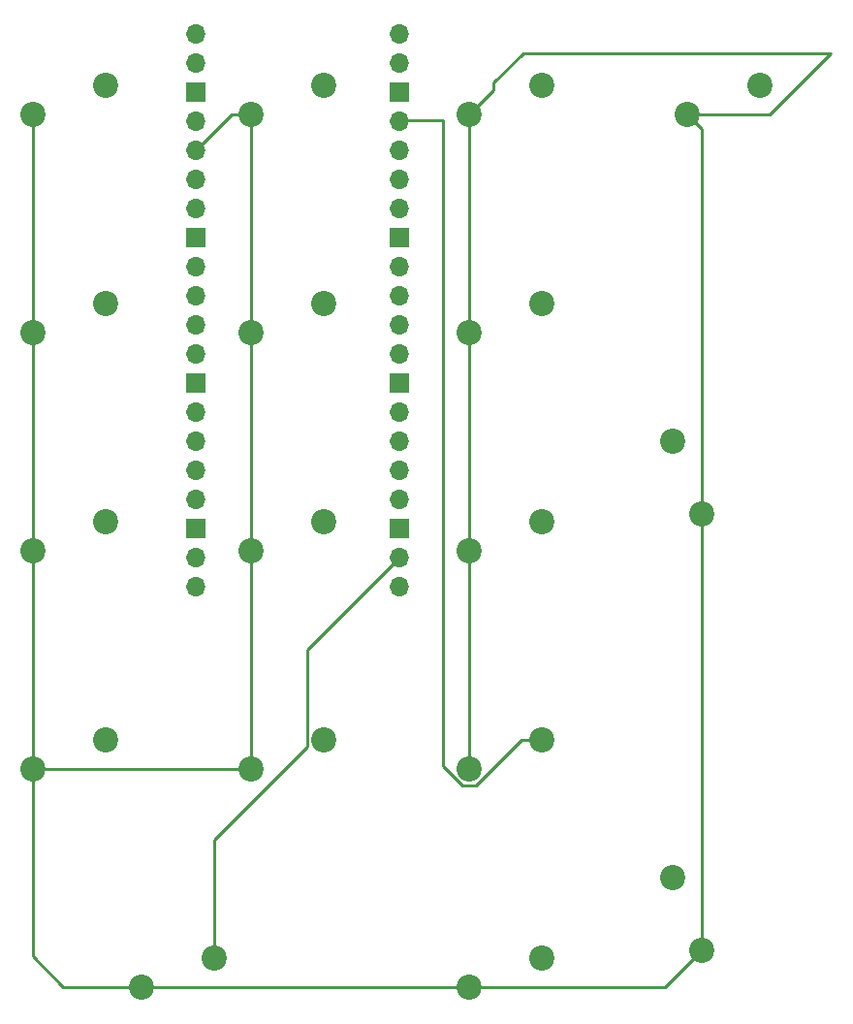
<source format=gbr>
%TF.GenerationSoftware,KiCad,Pcbnew,(6.0.9)*%
%TF.CreationDate,2023-01-29T18:03:13-08:00*%
%TF.ProjectId,numpad,6e756d70-6164-42e6-9b69-6361645f7063,rev?*%
%TF.SameCoordinates,Original*%
%TF.FileFunction,Copper,L1,Top*%
%TF.FilePolarity,Positive*%
%FSLAX46Y46*%
G04 Gerber Fmt 4.6, Leading zero omitted, Abs format (unit mm)*
G04 Created by KiCad (PCBNEW (6.0.9)) date 2023-01-29 18:03:13*
%MOMM*%
%LPD*%
G01*
G04 APERTURE LIST*
%TA.AperFunction,ComponentPad*%
%ADD10O,1.700000X1.700000*%
%TD*%
%TA.AperFunction,ComponentPad*%
%ADD11R,1.700000X1.700000*%
%TD*%
%TA.AperFunction,ComponentPad*%
%ADD12C,2.200000*%
%TD*%
%TA.AperFunction,Conductor*%
%ADD13C,0.250000*%
%TD*%
G04 APERTURE END LIST*
D10*
%TO.P,U1,40,VBUS*%
%TO.N,unconnected-(U1-Pad40)*%
X81510000Y-53325000D03*
%TO.P,U1,39,VSYS*%
%TO.N,unconnected-(U1-Pad39)*%
X81510000Y-55865000D03*
D11*
%TO.P,U1,38,GND*%
%TO.N,unconnected-(U1-Pad38)*%
X81510000Y-58405000D03*
D10*
%TO.P,U1,37,3V3_EN*%
%TO.N,unconnected-(U1-Pad37)*%
X81510000Y-60945000D03*
%TO.P,U1,36,3V3*%
%TO.N,Net-(SW1-Pad1)*%
X81510000Y-63485000D03*
%TO.P,U1,35,ADC_VREF*%
%TO.N,unconnected-(U1-Pad35)*%
X81510000Y-66025000D03*
%TO.P,U1,34,GPIO28_ADC2*%
%TO.N,unconnected-(U1-Pad34)*%
X81510000Y-68565000D03*
D11*
%TO.P,U1,33,AGND*%
%TO.N,unconnected-(U1-Pad33)*%
X81510000Y-71105000D03*
D10*
%TO.P,U1,32,GPIO27_ADC1*%
%TO.N,unconnected-(U1-Pad32)*%
X81510000Y-73645000D03*
%TO.P,U1,31,GPIO26_ADC0*%
%TO.N,unconnected-(U1-Pad31)*%
X81510000Y-76185000D03*
%TO.P,U1,30,RUN*%
%TO.N,unconnected-(U1-Pad30)*%
X81510000Y-78725000D03*
%TO.P,U1,29,GPIO22*%
%TO.N,unconnected-(U1-Pad29)*%
X81510000Y-81265000D03*
D11*
%TO.P,U1,28,GND*%
%TO.N,unconnected-(U1-Pad28)*%
X81510000Y-83805000D03*
D10*
%TO.P,U1,27,GPIO21*%
%TO.N,unconnected-(U1-Pad27)*%
X81510000Y-86345000D03*
%TO.P,U1,26,GPIO20*%
%TO.N,unconnected-(U1-Pad26)*%
X81510000Y-88885000D03*
%TO.P,U1,25,GPIO19*%
%TO.N,unconnected-(U1-Pad25)*%
X81510000Y-91425000D03*
%TO.P,U1,24,GPIO18*%
%TO.N,unconnected-(U1-Pad24)*%
X81510000Y-93965000D03*
D11*
%TO.P,U1,23,GND*%
%TO.N,unconnected-(U1-Pad23)*%
X81510000Y-96505000D03*
D10*
%TO.P,U1,22,GPIO17*%
%TO.N,unconnected-(U1-Pad22)*%
X81510000Y-99045000D03*
%TO.P,U1,21,GPIO16*%
%TO.N,Net-(SW17-Pad2)*%
X81510000Y-101585000D03*
%TO.P,U1,20,GPIO15*%
%TO.N,Net-(SW16-Pad2)*%
X99290000Y-101585000D03*
%TO.P,U1,19,GPIO14*%
%TO.N,Net-(SW15-Pad2)*%
X99290000Y-99045000D03*
D11*
%TO.P,U1,18,GND*%
%TO.N,unconnected-(U1-Pad18)*%
X99290000Y-96505000D03*
D10*
%TO.P,U1,17,GPIO13*%
%TO.N,Net-(SW14-Pad2)*%
X99290000Y-93965000D03*
%TO.P,U1,16,GPIO12*%
%TO.N,Net-(SW13-Pad2)*%
X99290000Y-91425000D03*
%TO.P,U1,15,GPIO11*%
%TO.N,Net-(SW12-Pad2)*%
X99290000Y-88885000D03*
%TO.P,U1,14,GPIO10*%
%TO.N,Net-(SW11-Pad2)*%
X99290000Y-86345000D03*
D11*
%TO.P,U1,13,GND*%
%TO.N,unconnected-(U1-Pad13)*%
X99290000Y-83805000D03*
D10*
%TO.P,U1,12,GPIO9*%
%TO.N,Net-(SW10-Pad2)*%
X99290000Y-81265000D03*
%TO.P,U1,11,GPIO8*%
%TO.N,Net-(SW9-Pad2)*%
X99290000Y-78725000D03*
%TO.P,U1,10,GPIO7*%
%TO.N,Net-(SW8-Pad2)*%
X99290000Y-76185000D03*
%TO.P,U1,9,GPIO6*%
%TO.N,Net-(SW7-Pad2)*%
X99290000Y-73645000D03*
D11*
%TO.P,U1,8,GND*%
%TO.N,unconnected-(U1-Pad8)*%
X99290000Y-71105000D03*
D10*
%TO.P,U1,7,GPIO5*%
%TO.N,Net-(SW6-Pad2)*%
X99290000Y-68565000D03*
%TO.P,U1,6,GPIO4*%
%TO.N,Net-(SW5-Pad2)*%
X99290000Y-66025000D03*
%TO.P,U1,5,GPIO3*%
%TO.N,Net-(SW4-Pad2)*%
X99290000Y-63485000D03*
%TO.P,U1,4,GPIO2*%
%TO.N,Net-(SW3-Pad2)*%
X99290000Y-60945000D03*
D11*
%TO.P,U1,3,GND*%
%TO.N,unconnected-(U1-Pad3)*%
X99290000Y-58405000D03*
D10*
%TO.P,U1,2,GPIO1*%
%TO.N,Net-(SW2-Pad2)*%
X99290000Y-55865000D03*
%TO.P,U1,1,GPIO0*%
%TO.N,Net-(SW1-Pad2)*%
X99290000Y-53325000D03*
%TD*%
D12*
%TO.P,SW17,2*%
%TO.N,Net-(SW17-Pad2)*%
X123170000Y-88935000D03*
%TO.P,SW17,1*%
%TO.N,Net-(SW1-Pad1)*%
X125710000Y-95285000D03*
%TD*%
%TO.P,SW16,2*%
%TO.N,Net-(SW16-Pad2)*%
X123170000Y-127035000D03*
%TO.P,SW16,1*%
%TO.N,Net-(SW1-Pad1)*%
X125710000Y-133385000D03*
%TD*%
%TO.P,SW15,2*%
%TO.N,Net-(SW15-Pad2)*%
X83165000Y-134020000D03*
%TO.P,SW15,1*%
%TO.N,Net-(SW1-Pad1)*%
X76815000Y-136560000D03*
%TD*%
%TO.P,SW14,2*%
%TO.N,Net-(SW14-Pad2)*%
X130790000Y-57820000D03*
%TO.P,SW14,1*%
%TO.N,Net-(SW1-Pad1)*%
X124440000Y-60360000D03*
%TD*%
%TO.P,SW13,2*%
%TO.N,Net-(SW13-Pad2)*%
X111740000Y-134020000D03*
%TO.P,SW13,1*%
%TO.N,Net-(SW1-Pad1)*%
X105390000Y-136560000D03*
%TD*%
%TO.P,SW12,2*%
%TO.N,Net-(SW12-Pad2)*%
X111740000Y-57820000D03*
%TO.P,SW12,1*%
%TO.N,Net-(SW1-Pad1)*%
X105390000Y-60360000D03*
%TD*%
%TO.P,SW11,2*%
%TO.N,Net-(SW11-Pad2)*%
X92690000Y-57820000D03*
%TO.P,SW11,1*%
%TO.N,Net-(SW1-Pad1)*%
X86340000Y-60360000D03*
%TD*%
%TO.P,SW10,2*%
%TO.N,Net-(SW10-Pad2)*%
X73640000Y-57820000D03*
%TO.P,SW10,1*%
%TO.N,Net-(SW1-Pad1)*%
X67290000Y-60360000D03*
%TD*%
%TO.P,SW9,2*%
%TO.N,Net-(SW9-Pad2)*%
X111740000Y-76870000D03*
%TO.P,SW9,1*%
%TO.N,Net-(SW1-Pad1)*%
X105390000Y-79410000D03*
%TD*%
%TO.P,SW8,2*%
%TO.N,Net-(SW8-Pad2)*%
X92690000Y-76870000D03*
%TO.P,SW8,1*%
%TO.N,Net-(SW1-Pad1)*%
X86340000Y-79410000D03*
%TD*%
%TO.P,SW7,2*%
%TO.N,Net-(SW7-Pad2)*%
X73640000Y-76870000D03*
%TO.P,SW7,1*%
%TO.N,Net-(SW1-Pad1)*%
X67290000Y-79410000D03*
%TD*%
%TO.P,SW6,1*%
%TO.N,Net-(SW1-Pad1)*%
X105390000Y-98460000D03*
%TO.P,SW6,2*%
%TO.N,Net-(SW6-Pad2)*%
X111740000Y-95920000D03*
%TD*%
%TO.P,SW5,2*%
%TO.N,Net-(SW5-Pad2)*%
X92690000Y-95920000D03*
%TO.P,SW5,1*%
%TO.N,Net-(SW1-Pad1)*%
X86340000Y-98460000D03*
%TD*%
%TO.P,SW4,2*%
%TO.N,Net-(SW4-Pad2)*%
X73640000Y-95920000D03*
%TO.P,SW4,1*%
%TO.N,Net-(SW1-Pad1)*%
X67290000Y-98460000D03*
%TD*%
%TO.P,SW3,2*%
%TO.N,Net-(SW3-Pad2)*%
X111740000Y-114970000D03*
%TO.P,SW3,1*%
%TO.N,Net-(SW1-Pad1)*%
X105390000Y-117510000D03*
%TD*%
%TO.P,SW2,2*%
%TO.N,Net-(SW2-Pad2)*%
X92690000Y-114970000D03*
%TO.P,SW2,1*%
%TO.N,Net-(SW1-Pad1)*%
X86340000Y-117510000D03*
%TD*%
%TO.P,SW1,2*%
%TO.N,Net-(SW1-Pad2)*%
X73640000Y-114970000D03*
%TO.P,SW1,1*%
%TO.N,Net-(SW1-Pad1)*%
X67290000Y-117510000D03*
%TD*%
D13*
%TO.N,Net-(SW15-Pad2)*%
X91265000Y-115576241D02*
X91265000Y-107070000D01*
X91265000Y-107070000D02*
X99290000Y-99045000D01*
X83165000Y-123676241D02*
X91265000Y-115576241D01*
X83165000Y-134020000D02*
X83165000Y-123676241D01*
%TO.N,Net-(SW3-Pad2)*%
X99335000Y-60900000D02*
X99290000Y-60945000D01*
X104799745Y-118935000D02*
X103100000Y-117235255D01*
X103100000Y-117235255D02*
X103100000Y-60900000D01*
X105980255Y-118935000D02*
X104799745Y-118935000D01*
X109945255Y-114970000D02*
X105980255Y-118935000D01*
X103100000Y-60900000D02*
X99335000Y-60900000D01*
X111740000Y-114970000D02*
X109945255Y-114970000D01*
%TO.N,Net-(SW1-Pad1)*%
X84635000Y-60360000D02*
X81510000Y-63485000D01*
X86340000Y-60360000D02*
X84635000Y-60360000D01*
X105390000Y-98460000D02*
X105390000Y-117510000D01*
X105390000Y-79410000D02*
X105390000Y-98460000D01*
X105390000Y-60360000D02*
X105390000Y-79410000D01*
X67290000Y-117510000D02*
X86340000Y-117510000D01*
X86340000Y-98460000D02*
X86340000Y-117510000D01*
X86340000Y-79410000D02*
X86340000Y-98460000D01*
X86340000Y-60360000D02*
X86340000Y-79410000D01*
X107500000Y-58250000D02*
X105390000Y-60360000D01*
X110100000Y-55000000D02*
X107500000Y-57600000D01*
X137000000Y-55000000D02*
X110100000Y-55000000D01*
X131640000Y-60360000D02*
X137000000Y-55000000D01*
X107500000Y-57600000D02*
X107500000Y-58250000D01*
X124440000Y-60360000D02*
X131640000Y-60360000D01*
X125710000Y-61630000D02*
X124440000Y-60360000D01*
X125710000Y-95285000D02*
X125710000Y-61630000D01*
X125710000Y-133385000D02*
X125710000Y-95285000D01*
X122535000Y-136560000D02*
X125710000Y-133385000D01*
X105390000Y-136560000D02*
X122535000Y-136560000D01*
X76815000Y-136560000D02*
X105390000Y-136560000D01*
X69960000Y-136560000D02*
X76815000Y-136560000D01*
X67290000Y-133890000D02*
X69960000Y-136560000D01*
X67290000Y-117510000D02*
X67290000Y-133890000D01*
X67290000Y-98460000D02*
X67290000Y-117510000D01*
X67290000Y-79410000D02*
X67290000Y-98460000D01*
X67290000Y-60360000D02*
X67290000Y-79410000D01*
%TD*%
M02*

</source>
